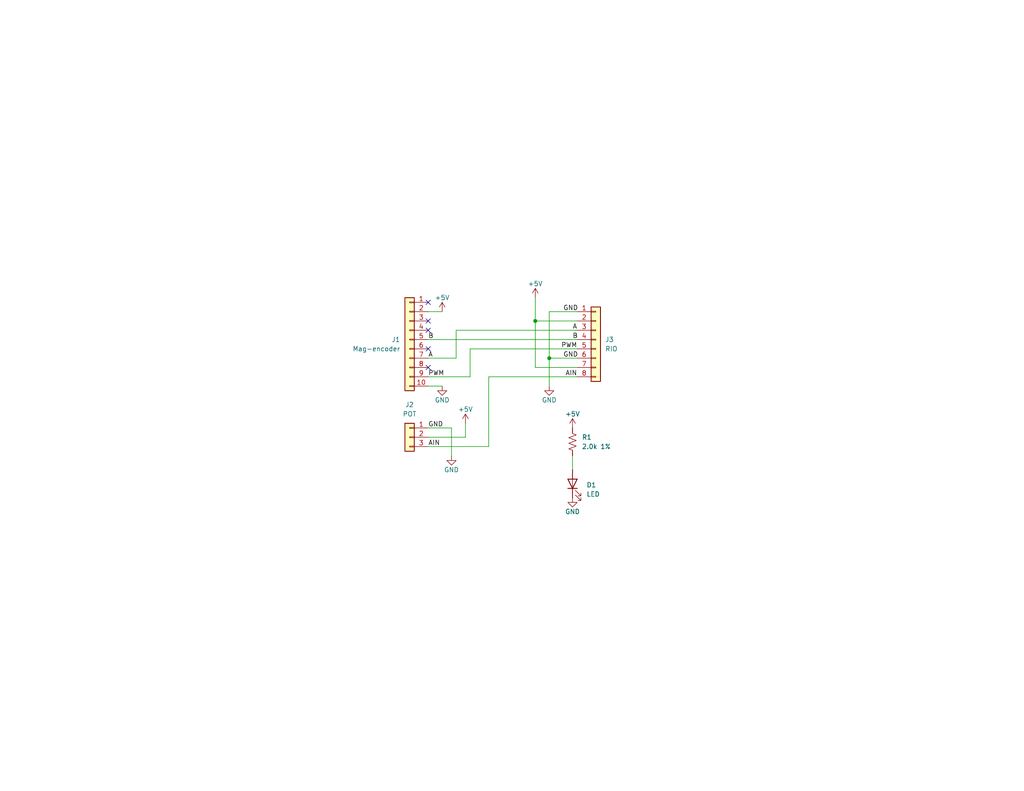
<source format=kicad_sch>
(kicad_sch (version 20211123) (generator eeschema)

  (uuid ad91aa87-29ee-435d-9695-2e6d48269c77)

  (paper "USLetter")

  (title_block
    (title "MAG Encoder Adapter")
    (date "2022-08-20")
    (rev "V1.0")
    (company "971 Spartan Robotics")
  )

  (lib_symbols
    (symbol "Connector_Generic:Conn_01x03" (pin_names (offset 1.016) hide) (in_bom yes) (on_board yes)
      (property "Reference" "J" (id 0) (at 0 5.08 0)
        (effects (font (size 1.27 1.27)))
      )
      (property "Value" "Conn_01x03" (id 1) (at 0 -5.08 0)
        (effects (font (size 1.27 1.27)))
      )
      (property "Footprint" "" (id 2) (at 0 0 0)
        (effects (font (size 1.27 1.27)) hide)
      )
      (property "Datasheet" "~" (id 3) (at 0 0 0)
        (effects (font (size 1.27 1.27)) hide)
      )
      (property "ki_keywords" "connector" (id 4) (at 0 0 0)
        (effects (font (size 1.27 1.27)) hide)
      )
      (property "ki_description" "Generic connector, single row, 01x03, script generated (kicad-library-utils/schlib/autogen/connector/)" (id 5) (at 0 0 0)
        (effects (font (size 1.27 1.27)) hide)
      )
      (property "ki_fp_filters" "Connector*:*_1x??_*" (id 6) (at 0 0 0)
        (effects (font (size 1.27 1.27)) hide)
      )
      (symbol "Conn_01x03_1_1"
        (rectangle (start -1.27 -2.413) (end 0 -2.667)
          (stroke (width 0.1524) (type default) (color 0 0 0 0))
          (fill (type none))
        )
        (rectangle (start -1.27 0.127) (end 0 -0.127)
          (stroke (width 0.1524) (type default) (color 0 0 0 0))
          (fill (type none))
        )
        (rectangle (start -1.27 2.667) (end 0 2.413)
          (stroke (width 0.1524) (type default) (color 0 0 0 0))
          (fill (type none))
        )
        (rectangle (start -1.27 3.81) (end 1.27 -3.81)
          (stroke (width 0.254) (type default) (color 0 0 0 0))
          (fill (type background))
        )
        (pin passive line (at -5.08 2.54 0) (length 3.81)
          (name "Pin_1" (effects (font (size 1.27 1.27))))
          (number "1" (effects (font (size 1.27 1.27))))
        )
        (pin passive line (at -5.08 0 0) (length 3.81)
          (name "Pin_2" (effects (font (size 1.27 1.27))))
          (number "2" (effects (font (size 1.27 1.27))))
        )
        (pin passive line (at -5.08 -2.54 0) (length 3.81)
          (name "Pin_3" (effects (font (size 1.27 1.27))))
          (number "3" (effects (font (size 1.27 1.27))))
        )
      )
    )
    (symbol "Connector_Generic:Conn_01x08" (pin_names (offset 1.016) hide) (in_bom yes) (on_board yes)
      (property "Reference" "J" (id 0) (at 0 10.16 0)
        (effects (font (size 1.27 1.27)))
      )
      (property "Value" "Conn_01x08" (id 1) (at 0 -12.7 0)
        (effects (font (size 1.27 1.27)))
      )
      (property "Footprint" "" (id 2) (at 0 0 0)
        (effects (font (size 1.27 1.27)) hide)
      )
      (property "Datasheet" "~" (id 3) (at 0 0 0)
        (effects (font (size 1.27 1.27)) hide)
      )
      (property "ki_keywords" "connector" (id 4) (at 0 0 0)
        (effects (font (size 1.27 1.27)) hide)
      )
      (property "ki_description" "Generic connector, single row, 01x08, script generated (kicad-library-utils/schlib/autogen/connector/)" (id 5) (at 0 0 0)
        (effects (font (size 1.27 1.27)) hide)
      )
      (property "ki_fp_filters" "Connector*:*_1x??_*" (id 6) (at 0 0 0)
        (effects (font (size 1.27 1.27)) hide)
      )
      (symbol "Conn_01x08_1_1"
        (rectangle (start -1.27 -10.033) (end 0 -10.287)
          (stroke (width 0.1524) (type default) (color 0 0 0 0))
          (fill (type none))
        )
        (rectangle (start -1.27 -7.493) (end 0 -7.747)
          (stroke (width 0.1524) (type default) (color 0 0 0 0))
          (fill (type none))
        )
        (rectangle (start -1.27 -4.953) (end 0 -5.207)
          (stroke (width 0.1524) (type default) (color 0 0 0 0))
          (fill (type none))
        )
        (rectangle (start -1.27 -2.413) (end 0 -2.667)
          (stroke (width 0.1524) (type default) (color 0 0 0 0))
          (fill (type none))
        )
        (rectangle (start -1.27 0.127) (end 0 -0.127)
          (stroke (width 0.1524) (type default) (color 0 0 0 0))
          (fill (type none))
        )
        (rectangle (start -1.27 2.667) (end 0 2.413)
          (stroke (width 0.1524) (type default) (color 0 0 0 0))
          (fill (type none))
        )
        (rectangle (start -1.27 5.207) (end 0 4.953)
          (stroke (width 0.1524) (type default) (color 0 0 0 0))
          (fill (type none))
        )
        (rectangle (start -1.27 7.747) (end 0 7.493)
          (stroke (width 0.1524) (type default) (color 0 0 0 0))
          (fill (type none))
        )
        (rectangle (start -1.27 8.89) (end 1.27 -11.43)
          (stroke (width 0.254) (type default) (color 0 0 0 0))
          (fill (type background))
        )
        (pin passive line (at -5.08 7.62 0) (length 3.81)
          (name "Pin_1" (effects (font (size 1.27 1.27))))
          (number "1" (effects (font (size 1.27 1.27))))
        )
        (pin passive line (at -5.08 5.08 0) (length 3.81)
          (name "Pin_2" (effects (font (size 1.27 1.27))))
          (number "2" (effects (font (size 1.27 1.27))))
        )
        (pin passive line (at -5.08 2.54 0) (length 3.81)
          (name "Pin_3" (effects (font (size 1.27 1.27))))
          (number "3" (effects (font (size 1.27 1.27))))
        )
        (pin passive line (at -5.08 0 0) (length 3.81)
          (name "Pin_4" (effects (font (size 1.27 1.27))))
          (number "4" (effects (font (size 1.27 1.27))))
        )
        (pin passive line (at -5.08 -2.54 0) (length 3.81)
          (name "Pin_5" (effects (font (size 1.27 1.27))))
          (number "5" (effects (font (size 1.27 1.27))))
        )
        (pin passive line (at -5.08 -5.08 0) (length 3.81)
          (name "Pin_6" (effects (font (size 1.27 1.27))))
          (number "6" (effects (font (size 1.27 1.27))))
        )
        (pin passive line (at -5.08 -7.62 0) (length 3.81)
          (name "Pin_7" (effects (font (size 1.27 1.27))))
          (number "7" (effects (font (size 1.27 1.27))))
        )
        (pin passive line (at -5.08 -10.16 0) (length 3.81)
          (name "Pin_8" (effects (font (size 1.27 1.27))))
          (number "8" (effects (font (size 1.27 1.27))))
        )
      )
    )
    (symbol "Connector_Generic:Conn_01x10" (pin_names (offset 1.016) hide) (in_bom yes) (on_board yes)
      (property "Reference" "J" (id 0) (at 0 12.7 0)
        (effects (font (size 1.27 1.27)))
      )
      (property "Value" "Conn_01x10" (id 1) (at 0 -15.24 0)
        (effects (font (size 1.27 1.27)))
      )
      (property "Footprint" "" (id 2) (at 0 0 0)
        (effects (font (size 1.27 1.27)) hide)
      )
      (property "Datasheet" "~" (id 3) (at 0 0 0)
        (effects (font (size 1.27 1.27)) hide)
      )
      (property "ki_keywords" "connector" (id 4) (at 0 0 0)
        (effects (font (size 1.27 1.27)) hide)
      )
      (property "ki_description" "Generic connector, single row, 01x10, script generated (kicad-library-utils/schlib/autogen/connector/)" (id 5) (at 0 0 0)
        (effects (font (size 1.27 1.27)) hide)
      )
      (property "ki_fp_filters" "Connector*:*_1x??_*" (id 6) (at 0 0 0)
        (effects (font (size 1.27 1.27)) hide)
      )
      (symbol "Conn_01x10_1_1"
        (rectangle (start -1.27 -12.573) (end 0 -12.827)
          (stroke (width 0.1524) (type default) (color 0 0 0 0))
          (fill (type none))
        )
        (rectangle (start -1.27 -10.033) (end 0 -10.287)
          (stroke (width 0.1524) (type default) (color 0 0 0 0))
          (fill (type none))
        )
        (rectangle (start -1.27 -7.493) (end 0 -7.747)
          (stroke (width 0.1524) (type default) (color 0 0 0 0))
          (fill (type none))
        )
        (rectangle (start -1.27 -4.953) (end 0 -5.207)
          (stroke (width 0.1524) (type default) (color 0 0 0 0))
          (fill (type none))
        )
        (rectangle (start -1.27 -2.413) (end 0 -2.667)
          (stroke (width 0.1524) (type default) (color 0 0 0 0))
          (fill (type none))
        )
        (rectangle (start -1.27 0.127) (end 0 -0.127)
          (stroke (width 0.1524) (type default) (color 0 0 0 0))
          (fill (type none))
        )
        (rectangle (start -1.27 2.667) (end 0 2.413)
          (stroke (width 0.1524) (type default) (color 0 0 0 0))
          (fill (type none))
        )
        (rectangle (start -1.27 5.207) (end 0 4.953)
          (stroke (width 0.1524) (type default) (color 0 0 0 0))
          (fill (type none))
        )
        (rectangle (start -1.27 7.747) (end 0 7.493)
          (stroke (width 0.1524) (type default) (color 0 0 0 0))
          (fill (type none))
        )
        (rectangle (start -1.27 10.287) (end 0 10.033)
          (stroke (width 0.1524) (type default) (color 0 0 0 0))
          (fill (type none))
        )
        (rectangle (start -1.27 11.43) (end 1.27 -13.97)
          (stroke (width 0.254) (type default) (color 0 0 0 0))
          (fill (type background))
        )
        (pin passive line (at -5.08 10.16 0) (length 3.81)
          (name "Pin_1" (effects (font (size 1.27 1.27))))
          (number "1" (effects (font (size 1.27 1.27))))
        )
        (pin passive line (at -5.08 -12.7 0) (length 3.81)
          (name "Pin_10" (effects (font (size 1.27 1.27))))
          (number "10" (effects (font (size 1.27 1.27))))
        )
        (pin passive line (at -5.08 7.62 0) (length 3.81)
          (name "Pin_2" (effects (font (size 1.27 1.27))))
          (number "2" (effects (font (size 1.27 1.27))))
        )
        (pin passive line (at -5.08 5.08 0) (length 3.81)
          (name "Pin_3" (effects (font (size 1.27 1.27))))
          (number "3" (effects (font (size 1.27 1.27))))
        )
        (pin passive line (at -5.08 2.54 0) (length 3.81)
          (name "Pin_4" (effects (font (size 1.27 1.27))))
          (number "4" (effects (font (size 1.27 1.27))))
        )
        (pin passive line (at -5.08 0 0) (length 3.81)
          (name "Pin_5" (effects (font (size 1.27 1.27))))
          (number "5" (effects (font (size 1.27 1.27))))
        )
        (pin passive line (at -5.08 -2.54 0) (length 3.81)
          (name "Pin_6" (effects (font (size 1.27 1.27))))
          (number "6" (effects (font (size 1.27 1.27))))
        )
        (pin passive line (at -5.08 -5.08 0) (length 3.81)
          (name "Pin_7" (effects (font (size 1.27 1.27))))
          (number "7" (effects (font (size 1.27 1.27))))
        )
        (pin passive line (at -5.08 -7.62 0) (length 3.81)
          (name "Pin_8" (effects (font (size 1.27 1.27))))
          (number "8" (effects (font (size 1.27 1.27))))
        )
        (pin passive line (at -5.08 -10.16 0) (length 3.81)
          (name "Pin_9" (effects (font (size 1.27 1.27))))
          (number "9" (effects (font (size 1.27 1.27))))
        )
      )
    )
    (symbol "Device:LED" (pin_numbers hide) (pin_names (offset 1.016) hide) (in_bom yes) (on_board yes)
      (property "Reference" "D" (id 0) (at 0 2.54 0)
        (effects (font (size 1.27 1.27)))
      )
      (property "Value" "LED" (id 1) (at 0 -2.54 0)
        (effects (font (size 1.27 1.27)))
      )
      (property "Footprint" "" (id 2) (at 0 0 0)
        (effects (font (size 1.27 1.27)) hide)
      )
      (property "Datasheet" "~" (id 3) (at 0 0 0)
        (effects (font (size 1.27 1.27)) hide)
      )
      (property "ki_keywords" "LED diode" (id 4) (at 0 0 0)
        (effects (font (size 1.27 1.27)) hide)
      )
      (property "ki_description" "Light emitting diode" (id 5) (at 0 0 0)
        (effects (font (size 1.27 1.27)) hide)
      )
      (property "ki_fp_filters" "LED* LED_SMD:* LED_THT:*" (id 6) (at 0 0 0)
        (effects (font (size 1.27 1.27)) hide)
      )
      (symbol "LED_0_1"
        (polyline
          (pts
            (xy -1.27 -1.27)
            (xy -1.27 1.27)
          )
          (stroke (width 0.254) (type default) (color 0 0 0 0))
          (fill (type none))
        )
        (polyline
          (pts
            (xy -1.27 0)
            (xy 1.27 0)
          )
          (stroke (width 0) (type default) (color 0 0 0 0))
          (fill (type none))
        )
        (polyline
          (pts
            (xy 1.27 -1.27)
            (xy 1.27 1.27)
            (xy -1.27 0)
            (xy 1.27 -1.27)
          )
          (stroke (width 0.254) (type default) (color 0 0 0 0))
          (fill (type none))
        )
        (polyline
          (pts
            (xy -3.048 -0.762)
            (xy -4.572 -2.286)
            (xy -3.81 -2.286)
            (xy -4.572 -2.286)
            (xy -4.572 -1.524)
          )
          (stroke (width 0) (type default) (color 0 0 0 0))
          (fill (type none))
        )
        (polyline
          (pts
            (xy -1.778 -0.762)
            (xy -3.302 -2.286)
            (xy -2.54 -2.286)
            (xy -3.302 -2.286)
            (xy -3.302 -1.524)
          )
          (stroke (width 0) (type default) (color 0 0 0 0))
          (fill (type none))
        )
      )
      (symbol "LED_1_1"
        (pin passive line (at -3.81 0 0) (length 2.54)
          (name "K" (effects (font (size 1.27 1.27))))
          (number "1" (effects (font (size 1.27 1.27))))
        )
        (pin passive line (at 3.81 0 180) (length 2.54)
          (name "A" (effects (font (size 1.27 1.27))))
          (number "2" (effects (font (size 1.27 1.27))))
        )
      )
    )
    (symbol "Device:R_US" (pin_numbers hide) (pin_names (offset 0)) (in_bom yes) (on_board yes)
      (property "Reference" "R" (id 0) (at 2.54 0 90)
        (effects (font (size 1.27 1.27)))
      )
      (property "Value" "R_US" (id 1) (at -2.54 0 90)
        (effects (font (size 1.27 1.27)))
      )
      (property "Footprint" "" (id 2) (at 1.016 -0.254 90)
        (effects (font (size 1.27 1.27)) hide)
      )
      (property "Datasheet" "~" (id 3) (at 0 0 0)
        (effects (font (size 1.27 1.27)) hide)
      )
      (property "ki_keywords" "R res resistor" (id 4) (at 0 0 0)
        (effects (font (size 1.27 1.27)) hide)
      )
      (property "ki_description" "Resistor, US symbol" (id 5) (at 0 0 0)
        (effects (font (size 1.27 1.27)) hide)
      )
      (property "ki_fp_filters" "R_*" (id 6) (at 0 0 0)
        (effects (font (size 1.27 1.27)) hide)
      )
      (symbol "R_US_0_1"
        (polyline
          (pts
            (xy 0 -2.286)
            (xy 0 -2.54)
          )
          (stroke (width 0) (type default) (color 0 0 0 0))
          (fill (type none))
        )
        (polyline
          (pts
            (xy 0 2.286)
            (xy 0 2.54)
          )
          (stroke (width 0) (type default) (color 0 0 0 0))
          (fill (type none))
        )
        (polyline
          (pts
            (xy 0 -0.762)
            (xy 1.016 -1.143)
            (xy 0 -1.524)
            (xy -1.016 -1.905)
            (xy 0 -2.286)
          )
          (stroke (width 0) (type default) (color 0 0 0 0))
          (fill (type none))
        )
        (polyline
          (pts
            (xy 0 0.762)
            (xy 1.016 0.381)
            (xy 0 0)
            (xy -1.016 -0.381)
            (xy 0 -0.762)
          )
          (stroke (width 0) (type default) (color 0 0 0 0))
          (fill (type none))
        )
        (polyline
          (pts
            (xy 0 2.286)
            (xy 1.016 1.905)
            (xy 0 1.524)
            (xy -1.016 1.143)
            (xy 0 0.762)
          )
          (stroke (width 0) (type default) (color 0 0 0 0))
          (fill (type none))
        )
      )
      (symbol "R_US_1_1"
        (pin passive line (at 0 3.81 270) (length 1.27)
          (name "~" (effects (font (size 1.27 1.27))))
          (number "1" (effects (font (size 1.27 1.27))))
        )
        (pin passive line (at 0 -3.81 90) (length 1.27)
          (name "~" (effects (font (size 1.27 1.27))))
          (number "2" (effects (font (size 1.27 1.27))))
        )
      )
    )
    (symbol "power:+5V" (power) (pin_names (offset 0)) (in_bom yes) (on_board yes)
      (property "Reference" "#PWR" (id 0) (at 0 -3.81 0)
        (effects (font (size 1.27 1.27)) hide)
      )
      (property "Value" "+5V" (id 1) (at 0 3.556 0)
        (effects (font (size 1.27 1.27)))
      )
      (property "Footprint" "" (id 2) (at 0 0 0)
        (effects (font (size 1.27 1.27)) hide)
      )
      (property "Datasheet" "" (id 3) (at 0 0 0)
        (effects (font (size 1.27 1.27)) hide)
      )
      (property "ki_keywords" "power-flag" (id 4) (at 0 0 0)
        (effects (font (size 1.27 1.27)) hide)
      )
      (property "ki_description" "Power symbol creates a global label with name \"+5V\"" (id 5) (at 0 0 0)
        (effects (font (size 1.27 1.27)) hide)
      )
      (symbol "+5V_0_1"
        (polyline
          (pts
            (xy -0.762 1.27)
            (xy 0 2.54)
          )
          (stroke (width 0) (type default) (color 0 0 0 0))
          (fill (type none))
        )
        (polyline
          (pts
            (xy 0 0)
            (xy 0 2.54)
          )
          (stroke (width 0) (type default) (color 0 0 0 0))
          (fill (type none))
        )
        (polyline
          (pts
            (xy 0 2.54)
            (xy 0.762 1.27)
          )
          (stroke (width 0) (type default) (color 0 0 0 0))
          (fill (type none))
        )
      )
      (symbol "+5V_1_1"
        (pin power_in line (at 0 0 90) (length 0) hide
          (name "+5V" (effects (font (size 1.27 1.27))))
          (number "1" (effects (font (size 1.27 1.27))))
        )
      )
    )
    (symbol "power:GND" (power) (pin_names (offset 0)) (in_bom yes) (on_board yes)
      (property "Reference" "#PWR" (id 0) (at 0 -6.35 0)
        (effects (font (size 1.27 1.27)) hide)
      )
      (property "Value" "GND" (id 1) (at 0 -3.81 0)
        (effects (font (size 1.27 1.27)))
      )
      (property "Footprint" "" (id 2) (at 0 0 0)
        (effects (font (size 1.27 1.27)) hide)
      )
      (property "Datasheet" "" (id 3) (at 0 0 0)
        (effects (font (size 1.27 1.27)) hide)
      )
      (property "ki_keywords" "power-flag" (id 4) (at 0 0 0)
        (effects (font (size 1.27 1.27)) hide)
      )
      (property "ki_description" "Power symbol creates a global label with name \"GND\" , ground" (id 5) (at 0 0 0)
        (effects (font (size 1.27 1.27)) hide)
      )
      (symbol "GND_0_1"
        (polyline
          (pts
            (xy 0 0)
            (xy 0 -1.27)
            (xy 1.27 -1.27)
            (xy 0 -2.54)
            (xy -1.27 -1.27)
            (xy 0 -1.27)
          )
          (stroke (width 0) (type default) (color 0 0 0 0))
          (fill (type none))
        )
      )
      (symbol "GND_1_1"
        (pin power_in line (at 0 0 270) (length 0) hide
          (name "GND" (effects (font (size 1.27 1.27))))
          (number "1" (effects (font (size 1.27 1.27))))
        )
      )
    )
  )

  (junction (at 146.05 87.63) (diameter 0) (color 0 0 0 0)
    (uuid 4070a714-25e3-4521-ac0a-be35f4d0e9e0)
  )
  (junction (at 149.86 97.79) (diameter 0) (color 0 0 0 0)
    (uuid c28cb217-bcb7-4f7a-8514-5043a64e5d2e)
  )

  (no_connect (at 116.84 100.33) (uuid c66c522e-8103-4db0-90e9-dd1efaf44765))
  (no_connect (at 116.84 87.63) (uuid c66c522e-8103-4db0-90e9-dd1efaf44766))
  (no_connect (at 116.84 90.17) (uuid c66c522e-8103-4db0-90e9-dd1efaf44767))
  (no_connect (at 116.84 82.55) (uuid c66c522e-8103-4db0-90e9-dd1efaf44768))
  (no_connect (at 116.84 95.25) (uuid c66c522e-8103-4db0-90e9-dd1efaf44769))

  (wire (pts (xy 127 119.38) (xy 127 115.57))
    (stroke (width 0) (type default) (color 0 0 0 0))
    (uuid 0650f8da-9049-4bfa-b691-06ac3be3ba51)
  )
  (wire (pts (xy 123.19 116.84) (xy 123.19 124.46))
    (stroke (width 0) (type default) (color 0 0 0 0))
    (uuid 0831d0f4-8998-442a-8af1-6b6bd5d4f3b6)
  )
  (wire (pts (xy 120.65 85.09) (xy 116.84 85.09))
    (stroke (width 0) (type default) (color 0 0 0 0))
    (uuid 24c690c8-6641-449b-b95c-9b0da16a43cf)
  )
  (wire (pts (xy 146.05 87.63) (xy 157.48 87.63))
    (stroke (width 0) (type default) (color 0 0 0 0))
    (uuid 2decc7f7-c0db-4c41-a208-23a64ab99da3)
  )
  (wire (pts (xy 120.65 105.41) (xy 116.84 105.41))
    (stroke (width 0) (type default) (color 0 0 0 0))
    (uuid 3429aa2c-d38e-4c3b-96f0-b9df3147bf79)
  )
  (wire (pts (xy 149.86 97.79) (xy 157.48 97.79))
    (stroke (width 0) (type default) (color 0 0 0 0))
    (uuid 3d2bd2b2-135c-47f8-8021-556f5c3c0796)
  )
  (wire (pts (xy 124.46 97.79) (xy 124.46 90.17))
    (stroke (width 0) (type default) (color 0 0 0 0))
    (uuid 3db5337d-11cb-4c9e-ad53-ddc6a66574cb)
  )
  (wire (pts (xy 146.05 100.33) (xy 157.48 100.33))
    (stroke (width 0) (type default) (color 0 0 0 0))
    (uuid 3e3a66bb-709c-4af4-ab39-b5ea1b3946da)
  )
  (wire (pts (xy 116.84 102.87) (xy 128.27 102.87))
    (stroke (width 0) (type default) (color 0 0 0 0))
    (uuid 4dcf5eb1-95d3-4d8c-9666-ba0b0968102f)
  )
  (wire (pts (xy 156.21 124.46) (xy 156.21 128.27))
    (stroke (width 0) (type default) (color 0 0 0 0))
    (uuid 6b1cf4d3-039a-4718-8e2a-0148d3e209d6)
  )
  (wire (pts (xy 146.05 81.28) (xy 146.05 87.63))
    (stroke (width 0) (type default) (color 0 0 0 0))
    (uuid 78100636-29a5-48df-af54-81a477ef6182)
  )
  (wire (pts (xy 133.35 121.92) (xy 133.35 102.87))
    (stroke (width 0) (type default) (color 0 0 0 0))
    (uuid 78514c89-2ee6-4f35-9ba5-3f55df4a630f)
  )
  (wire (pts (xy 116.84 121.92) (xy 133.35 121.92))
    (stroke (width 0) (type default) (color 0 0 0 0))
    (uuid 8686fa75-94bf-4d2c-8687-03a78f7f0857)
  )
  (wire (pts (xy 128.27 102.87) (xy 128.27 95.25))
    (stroke (width 0) (type default) (color 0 0 0 0))
    (uuid 88d8cb46-3466-4be8-8b64-f1fe38bacb87)
  )
  (wire (pts (xy 124.46 90.17) (xy 157.48 90.17))
    (stroke (width 0) (type default) (color 0 0 0 0))
    (uuid 9681f03c-3aa4-46a4-8f33-98c1822d1c3f)
  )
  (wire (pts (xy 149.86 85.09) (xy 157.48 85.09))
    (stroke (width 0) (type default) (color 0 0 0 0))
    (uuid 98af300d-a591-43d4-a863-35e16e29546a)
  )
  (wire (pts (xy 128.27 95.25) (xy 157.48 95.25))
    (stroke (width 0) (type default) (color 0 0 0 0))
    (uuid 9991fdee-b7fb-4d9e-b93a-57308921276f)
  )
  (wire (pts (xy 116.84 116.84) (xy 123.19 116.84))
    (stroke (width 0) (type default) (color 0 0 0 0))
    (uuid 9ccf19dc-d2c4-4c6c-8589-ea8adccedc26)
  )
  (wire (pts (xy 116.84 119.38) (xy 127 119.38))
    (stroke (width 0) (type default) (color 0 0 0 0))
    (uuid afd2b8d9-ffc7-46be-8f09-0478d3449f1c)
  )
  (wire (pts (xy 149.86 97.79) (xy 149.86 105.41))
    (stroke (width 0) (type default) (color 0 0 0 0))
    (uuid b7729b61-f5f3-4a5c-8a22-8dc823524c0e)
  )
  (wire (pts (xy 116.84 97.79) (xy 124.46 97.79))
    (stroke (width 0) (type default) (color 0 0 0 0))
    (uuid bf0bd9e4-7313-4743-89d1-4e3e052ad283)
  )
  (wire (pts (xy 133.35 102.87) (xy 157.48 102.87))
    (stroke (width 0) (type default) (color 0 0 0 0))
    (uuid cfe425a4-719b-4c15-83fe-6139a69e1d00)
  )
  (wire (pts (xy 116.84 92.71) (xy 157.48 92.71))
    (stroke (width 0) (type default) (color 0 0 0 0))
    (uuid ee346eb3-25c5-4958-83be-f836a4bce3b0)
  )
  (wire (pts (xy 146.05 100.33) (xy 146.05 87.63))
    (stroke (width 0) (type default) (color 0 0 0 0))
    (uuid f165339a-77e8-4c18-a0ff-e1e6bf7b83d1)
  )
  (wire (pts (xy 149.86 85.09) (xy 149.86 97.79))
    (stroke (width 0) (type default) (color 0 0 0 0))
    (uuid fc8be792-2ba5-4d0c-a316-8e495a731179)
  )

  (label "B" (at 156.21 92.71 0)
    (effects (font (size 1.27 1.27)) (justify left bottom))
    (uuid 2d67c92b-9851-44bf-939b-5dd8b9cbe3bb)
  )
  (label "PWM" (at 116.84 102.87 0)
    (effects (font (size 1.27 1.27)) (justify left bottom))
    (uuid 60ee2e43-904a-46fd-b5a7-caa75ff6be35)
  )
  (label "GND" (at 116.84 116.84 0)
    (effects (font (size 1.27 1.27)) (justify left bottom))
    (uuid 6863fd77-e834-473b-b1fe-f74ebd306b7c)
  )
  (label "AIN" (at 116.84 121.92 0)
    (effects (font (size 1.27 1.27)) (justify left bottom))
    (uuid 6f2fab02-496a-4077-9e94-ddf6047c2a57)
  )
  (label "GND" (at 153.67 85.09 0)
    (effects (font (size 1.27 1.27)) (justify left bottom))
    (uuid 8700b314-549f-4d71-adf7-b9225e4aca6c)
  )
  (label "B" (at 116.84 92.71 0)
    (effects (font (size 1.27 1.27)) (justify left bottom))
    (uuid 8a82f65e-1b30-44cd-b460-d8f14e9fd51f)
  )
  (label "A" (at 116.84 97.79 0)
    (effects (font (size 1.27 1.27)) (justify left bottom))
    (uuid a0723083-c461-42c2-aabd-a05f4bad7199)
  )
  (label "A" (at 156.21 90.17 0)
    (effects (font (size 1.27 1.27)) (justify left bottom))
    (uuid a4aaf29b-137a-4898-ae92-5a7a91ed4cf3)
  )
  (label "AIN" (at 157.48 102.87 180)
    (effects (font (size 1.27 1.27)) (justify right bottom))
    (uuid b647fd08-66bb-462b-bde5-a96b49c584b8)
  )
  (label "GND" (at 153.67 97.79 0)
    (effects (font (size 1.27 1.27)) (justify left bottom))
    (uuid e0ae2a33-0414-4206-9675-2d48ebacfd1b)
  )
  (label "PWM" (at 157.48 95.25 180)
    (effects (font (size 1.27 1.27)) (justify right bottom))
    (uuid e30d5dd1-63f4-415e-acc5-bd775702745f)
  )

  (symbol (lib_id "Device:R_US") (at 156.21 120.65 180) (unit 1)
    (in_bom yes) (on_board yes) (fields_autoplaced)
    (uuid 01b86c7a-bf18-4712-ae4d-dc895521505c)
    (property "Reference" "R1" (id 0) (at 158.75 119.3799 0)
      (effects (font (size 1.27 1.27)) (justify right))
    )
    (property "Value" "2.0k 1%" (id 1) (at 158.75 121.9199 0)
      (effects (font (size 1.27 1.27)) (justify right))
    )
    (property "Footprint" "Resistor_SMD:R_0805_2012Metric" (id 2) (at 155.194 120.396 90)
      (effects (font (size 1.27 1.27)) hide)
    )
    (property "Datasheet" "~" (id 3) (at 156.21 120.65 0)
      (effects (font (size 1.27 1.27)) hide)
    )
    (pin "1" (uuid 74f85689-e02f-4b33-bc4c-e324a406f633))
    (pin "2" (uuid a7520fd2-84dc-409a-8f96-3d209467cb48))
  )

  (symbol (lib_id "Connector_Generic:Conn_01x10") (at 111.76 92.71 0) (mirror y) (unit 1)
    (in_bom yes) (on_board yes) (fields_autoplaced)
    (uuid 2a01c825-3506-4222-b2ea-8e2163f99293)
    (property "Reference" "J1" (id 0) (at 109.22 92.7099 0)
      (effects (font (size 1.27 1.27)) (justify left))
    )
    (property "Value" "Mag-encoder" (id 1) (at 109.22 95.2499 0)
      (effects (font (size 1.27 1.27)) (justify left))
    )
    (property "Footprint" "MAG-encoder:20021521-00010T1LF" (id 2) (at 111.76 92.71 0)
      (effects (font (size 1.27 1.27)) hide)
    )
    (property "Datasheet" "~" (id 3) (at 111.76 92.71 0)
      (effects (font (size 1.27 1.27)) hide)
    )
    (property "MFG P/N" "20021521-00010T1LF" (id 4) (at 111.76 92.71 0)
      (effects (font (size 1.27 1.27)) hide)
    )
    (property "MFG" "Amphenol ICC" (id 5) (at 111.76 92.71 0)
      (effects (font (size 1.27 1.27)) hide)
    )
    (pin "1" (uuid a490c48b-928f-48d7-b6c3-5dc6250aa435))
    (pin "10" (uuid 2df4c3bd-fdee-4703-a5d3-bfd16a2d23bc))
    (pin "2" (uuid 7fa498fb-d78e-4bd2-bacc-1d142e0f9af3))
    (pin "3" (uuid 91b7e260-4159-4682-a48d-7a3fc4751f83))
    (pin "4" (uuid 9d59643d-e73c-428b-9d86-49601e979a6b))
    (pin "5" (uuid 76ab03f5-4285-46f9-be7c-0e33e40b6dd5))
    (pin "6" (uuid 4b01cab4-6d5e-4fc5-b99d-f2ad11ebe997))
    (pin "7" (uuid 5fc5d74a-6030-4670-806b-af7dd3783a21))
    (pin "8" (uuid caf827cd-df87-4780-9096-826a6a7a4afb))
    (pin "9" (uuid c8eeaf22-48b5-4619-a3c6-0fef53800920))
  )

  (symbol (lib_id "power:GND") (at 156.21 135.89 0) (unit 1)
    (in_bom yes) (on_board yes)
    (uuid 305be66f-5692-4ace-8b8c-db9bb7542729)
    (property "Reference" "#PWR08" (id 0) (at 156.21 142.24 0)
      (effects (font (size 1.27 1.27)) hide)
    )
    (property "Value" "GND" (id 1) (at 156.21 139.7 0))
    (property "Footprint" "" (id 2) (at 156.21 135.89 0)
      (effects (font (size 1.27 1.27)) hide)
    )
    (property "Datasheet" "" (id 3) (at 156.21 135.89 0)
      (effects (font (size 1.27 1.27)) hide)
    )
    (pin "1" (uuid 06c3c075-4d2a-41d8-887e-2f03c01df138))
  )

  (symbol (lib_id "power:+5V") (at 146.05 81.28 0) (unit 1)
    (in_bom yes) (on_board yes)
    (uuid 31a6a5c0-2ac8-4ba4-b6cb-e7c9d9446608)
    (property "Reference" "#PWR05" (id 0) (at 146.05 85.09 0)
      (effects (font (size 1.27 1.27)) hide)
    )
    (property "Value" "+5V" (id 1) (at 146.05 77.47 0))
    (property "Footprint" "" (id 2) (at 146.05 81.28 0)
      (effects (font (size 1.27 1.27)) hide)
    )
    (property "Datasheet" "" (id 3) (at 146.05 81.28 0)
      (effects (font (size 1.27 1.27)) hide)
    )
    (pin "1" (uuid d734cedd-7b0c-4e81-bea7-572acf4f5538))
  )

  (symbol (lib_id "power:GND") (at 123.19 124.46 0) (unit 1)
    (in_bom yes) (on_board yes)
    (uuid 4929b5f7-418f-4ab7-b2e4-585f29f2cd61)
    (property "Reference" "#PWR03" (id 0) (at 123.19 130.81 0)
      (effects (font (size 1.27 1.27)) hide)
    )
    (property "Value" "GND" (id 1) (at 123.19 128.27 0))
    (property "Footprint" "" (id 2) (at 123.19 124.46 0)
      (effects (font (size 1.27 1.27)) hide)
    )
    (property "Datasheet" "" (id 3) (at 123.19 124.46 0)
      (effects (font (size 1.27 1.27)) hide)
    )
    (pin "1" (uuid ae9a65fb-b9fe-4e9f-af4a-1a26621512ec))
  )

  (symbol (lib_id "Device:LED") (at 156.21 132.08 90) (unit 1)
    (in_bom yes) (on_board yes) (fields_autoplaced)
    (uuid 5f4b1463-c777-4827-aad1-5275a20438e8)
    (property "Reference" "D1" (id 0) (at 160.02 132.3974 90)
      (effects (font (size 1.27 1.27)) (justify right))
    )
    (property "Value" "LED" (id 1) (at 160.02 134.9374 90)
      (effects (font (size 1.27 1.27)) (justify right))
    )
    (property "Footprint" "LED_SMD:LED_1206_3216Metric" (id 2) (at 156.21 132.08 0)
      (effects (font (size 1.27 1.27)) hide)
    )
    (property "Datasheet" "~" (id 3) (at 156.21 132.08 0)
      (effects (font (size 1.27 1.27)) hide)
    )
    (pin "1" (uuid 1aba2937-e414-414a-b6e7-18af3bee163f))
    (pin "2" (uuid 9940ac1f-d273-4dbc-9e25-55d5c3e40148))
  )

  (symbol (lib_id "Connector_Generic:Conn_01x08") (at 162.56 92.71 0) (unit 1)
    (in_bom yes) (on_board yes) (fields_autoplaced)
    (uuid 611e208d-2626-4f2a-9fb5-7f790284a4fe)
    (property "Reference" "J3" (id 0) (at 165.1 92.7099 0)
      (effects (font (size 1.27 1.27)) (justify left))
    )
    (property "Value" "RIO" (id 1) (at 165.1 95.2499 0)
      (effects (font (size 1.27 1.27)) (justify left))
    )
    (property "Footprint" "MAG-encoder:0705550007" (id 2) (at 162.56 92.71 0)
      (effects (font (size 1.27 1.27)) hide)
    )
    (property "Datasheet" "~" (id 3) (at 162.56 92.71 0)
      (effects (font (size 1.27 1.27)) hide)
    )
    (property "MFG P/N" "0705550007" (id 4) (at 162.56 92.71 0)
      (effects (font (size 1.27 1.27)) hide)
    )
    (property "MFG" "MOLEX" (id 5) (at 162.56 92.71 0)
      (effects (font (size 1.27 1.27)) hide)
    )
    (pin "1" (uuid 56f829ca-1f63-4f16-af34-08ea1c964ed7))
    (pin "2" (uuid af6f781c-d38f-462a-886f-8de56c85a09c))
    (pin "3" (uuid 49753f26-f4fd-4ba6-b2b5-f297a69709ae))
    (pin "4" (uuid ca56cf27-65b5-48ee-97ac-0e1208e31284))
    (pin "5" (uuid 130b89b0-5921-4718-8c70-c487deb45ca4))
    (pin "6" (uuid 89522ac2-60c4-44ec-8867-e150285f768c))
    (pin "7" (uuid 01174bdd-cdb3-4a91-a732-56b71238e91e))
    (pin "8" (uuid b912a5cb-22c0-438e-a0a1-a8dbdde417cc))
  )

  (symbol (lib_id "power:GND") (at 149.86 105.41 0) (unit 1)
    (in_bom yes) (on_board yes)
    (uuid 6ac5e7ee-68a7-4d36-9aec-0e1cf744ea1c)
    (property "Reference" "#PWR06" (id 0) (at 149.86 111.76 0)
      (effects (font (size 1.27 1.27)) hide)
    )
    (property "Value" "GND" (id 1) (at 149.86 109.22 0))
    (property "Footprint" "" (id 2) (at 149.86 105.41 0)
      (effects (font (size 1.27 1.27)) hide)
    )
    (property "Datasheet" "" (id 3) (at 149.86 105.41 0)
      (effects (font (size 1.27 1.27)) hide)
    )
    (pin "1" (uuid c788d976-b41b-4530-b32c-bdabfafbf8e7))
  )

  (symbol (lib_id "Connector_Generic:Conn_01x03") (at 111.76 119.38 0) (mirror y) (unit 1)
    (in_bom yes) (on_board yes) (fields_autoplaced)
    (uuid a6d1f198-2614-4f02-b7f0-0ebc8e97578a)
    (property "Reference" "J2" (id 0) (at 111.76 110.49 0))
    (property "Value" "POT" (id 1) (at 111.76 113.03 0))
    (property "Footprint" "MAG-encoder:70555-0002" (id 2) (at 111.76 119.38 0)
      (effects (font (size 1.27 1.27)) hide)
    )
    (property "Datasheet" "~" (id 3) (at 111.76 119.38 0)
      (effects (font (size 1.27 1.27)) hide)
    )
    (property "MFG P/N" "0705550002" (id 4) (at 111.76 119.38 0)
      (effects (font (size 1.27 1.27)) hide)
    )
    (property "MFG" "MOLEX" (id 5) (at 111.76 119.38 0)
      (effects (font (size 1.27 1.27)) hide)
    )
    (pin "1" (uuid 1d8e7349-83da-4d02-a369-a6e593d2ddbf))
    (pin "2" (uuid 6809f216-a79a-4271-9a25-4350c388c63f))
    (pin "3" (uuid 2dc437f4-cba3-4ac9-8b41-0bc6e0e210ac))
  )

  (symbol (lib_id "power:+5V") (at 127 115.57 0) (unit 1)
    (in_bom yes) (on_board yes)
    (uuid a9a7c2c4-a9f3-4285-970f-63d0b2bb1c74)
    (property "Reference" "#PWR04" (id 0) (at 127 119.38 0)
      (effects (font (size 1.27 1.27)) hide)
    )
    (property "Value" "+5V" (id 1) (at 127 111.76 0))
    (property "Footprint" "" (id 2) (at 127 115.57 0)
      (effects (font (size 1.27 1.27)) hide)
    )
    (property "Datasheet" "" (id 3) (at 127 115.57 0)
      (effects (font (size 1.27 1.27)) hide)
    )
    (pin "1" (uuid 7226416f-2f9a-4470-9263-e09fbd0ac6b5))
  )

  (symbol (lib_id "power:+5V") (at 156.21 116.84 0) (unit 1)
    (in_bom yes) (on_board yes)
    (uuid b8e111f4-88db-4974-a6ec-e9aebe75c0ca)
    (property "Reference" "#PWR07" (id 0) (at 156.21 120.65 0)
      (effects (font (size 1.27 1.27)) hide)
    )
    (property "Value" "+5V" (id 1) (at 156.21 113.03 0))
    (property "Footprint" "" (id 2) (at 156.21 116.84 0)
      (effects (font (size 1.27 1.27)) hide)
    )
    (property "Datasheet" "" (id 3) (at 156.21 116.84 0)
      (effects (font (size 1.27 1.27)) hide)
    )
    (pin "1" (uuid 918ce583-1080-4e43-9bde-7821f034ea80))
  )

  (symbol (lib_id "power:GND") (at 120.65 105.41 0) (unit 1)
    (in_bom yes) (on_board yes)
    (uuid da8b8af5-8235-4a43-8433-3ea4f7f4b363)
    (property "Reference" "#PWR02" (id 0) (at 120.65 111.76 0)
      (effects (font (size 1.27 1.27)) hide)
    )
    (property "Value" "GND" (id 1) (at 120.65 109.22 0))
    (property "Footprint" "" (id 2) (at 120.65 105.41 0)
      (effects (font (size 1.27 1.27)) hide)
    )
    (property "Datasheet" "" (id 3) (at 120.65 105.41 0)
      (effects (font (size 1.27 1.27)) hide)
    )
    (pin "1" (uuid ee29aa01-b951-4b60-b0f5-148050e886ed))
  )

  (symbol (lib_id "power:+5V") (at 120.65 85.09 0) (unit 1)
    (in_bom yes) (on_board yes)
    (uuid f24aae23-e590-4d05-a832-0f59326cdc49)
    (property "Reference" "#PWR01" (id 0) (at 120.65 88.9 0)
      (effects (font (size 1.27 1.27)) hide)
    )
    (property "Value" "+5V" (id 1) (at 120.65 81.28 0))
    (property "Footprint" "" (id 2) (at 120.65 85.09 0)
      (effects (font (size 1.27 1.27)) hide)
    )
    (property "Datasheet" "" (id 3) (at 120.65 85.09 0)
      (effects (font (size 1.27 1.27)) hide)
    )
    (pin "1" (uuid 4e183c13-a992-4a63-9776-e58a5355e83d))
  )

  (sheet_instances
    (path "/" (page "1"))
  )

  (symbol_instances
    (path "/f24aae23-e590-4d05-a832-0f59326cdc49"
      (reference "#PWR01") (unit 1) (value "+5V") (footprint "")
    )
    (path "/da8b8af5-8235-4a43-8433-3ea4f7f4b363"
      (reference "#PWR02") (unit 1) (value "GND") (footprint "")
    )
    (path "/4929b5f7-418f-4ab7-b2e4-585f29f2cd61"
      (reference "#PWR03") (unit 1) (value "GND") (footprint "")
    )
    (path "/a9a7c2c4-a9f3-4285-970f-63d0b2bb1c74"
      (reference "#PWR04") (unit 1) (value "+5V") (footprint "")
    )
    (path "/31a6a5c0-2ac8-4ba4-b6cb-e7c9d9446608"
      (reference "#PWR05") (unit 1) (value "+5V") (footprint "")
    )
    (path "/6ac5e7ee-68a7-4d36-9aec-0e1cf744ea1c"
      (reference "#PWR06") (unit 1) (value "GND") (footprint "")
    )
    (path "/b8e111f4-88db-4974-a6ec-e9aebe75c0ca"
      (reference "#PWR07") (unit 1) (value "+5V") (footprint "")
    )
    (path "/305be66f-5692-4ace-8b8c-db9bb7542729"
      (reference "#PWR08") (unit 1) (value "GND") (footprint "")
    )
    (path "/5f4b1463-c777-4827-aad1-5275a20438e8"
      (reference "D1") (unit 1) (value "LED") (footprint "LED_SMD:LED_1206_3216Metric")
    )
    (path "/2a01c825-3506-4222-b2ea-8e2163f99293"
      (reference "J1") (unit 1) (value "Mag-encoder") (footprint "MAG-encoder:20021521-00010T1LF")
    )
    (path "/a6d1f198-2614-4f02-b7f0-0ebc8e97578a"
      (reference "J2") (unit 1) (value "POT") (footprint "MAG-encoder:70555-0002")
    )
    (path "/611e208d-2626-4f2a-9fb5-7f790284a4fe"
      (reference "J3") (unit 1) (value "RIO") (footprint "MAG-encoder:0705550007")
    )
    (path "/01b86c7a-bf18-4712-ae4d-dc895521505c"
      (reference "R1") (unit 1) (value "2.0k 1%") (footprint "Resistor_SMD:R_0805_2012Metric")
    )
  )
)

</source>
